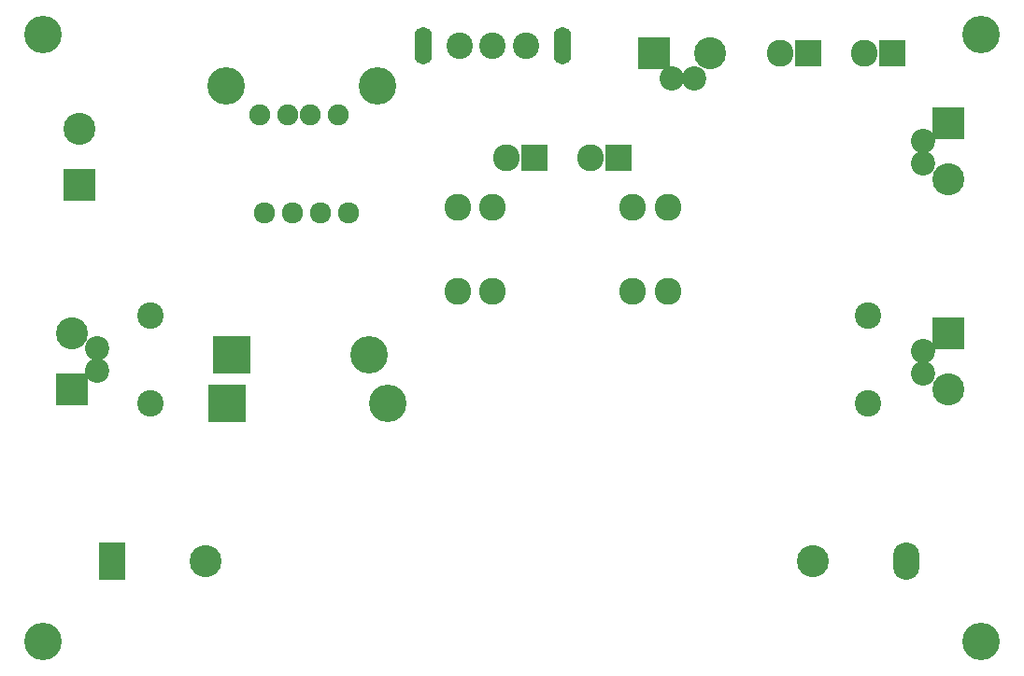
<source format=gbr>
G04 #@! TF.FileFunction,Soldermask,Bot*
%FSLAX46Y46*%
G04 Gerber Fmt 4.6, Leading zero omitted, Abs format (unit mm)*
G04 Created by KiCad (PCBNEW 4.0.5) date 12/24/17 12:48:10*
%MOMM*%
%LPD*%
G01*
G04 APERTURE LIST*
%ADD10C,0.100000*%
%ADD11C,2.432000*%
%ADD12R,2.432000X2.432000*%
%ADD13R,2.899360X2.899360*%
%ADD14C,2.899360*%
%ADD15C,2.900000*%
%ADD16R,2.400000X3.400000*%
%ADD17O,2.400000X3.400000*%
%ADD18C,2.200000*%
%ADD19C,3.400000*%
%ADD20C,2.400000*%
%ADD21O,1.600000X3.400000*%
%ADD22R,3.400000X3.400000*%
%ADD23C,1.924000*%
%ADD24C,1.901140*%
%ADD25C,3.399740*%
G04 APERTURE END LIST*
D10*
D11*
X43180000Y45010000D03*
X43180000Y37390000D03*
X46355000Y37390000D03*
X46355000Y45010000D03*
X59055000Y45010000D03*
X59055000Y37390000D03*
X62230000Y45010000D03*
X62230000Y37390000D03*
D12*
X50165000Y49455000D03*
D11*
X47625000Y49455000D03*
D12*
X57785000Y49455000D03*
D11*
X55245000Y49455000D03*
D13*
X8890000Y46990000D03*
D14*
X8890000Y52070000D03*
D15*
X75390000Y12905000D03*
D16*
X11890000Y12905000D03*
D17*
X83890000Y12905000D03*
D15*
X20390000Y12905000D03*
D13*
X60960000Y58980000D03*
D14*
X66040000Y58980000D03*
D18*
X62611000Y56694000D03*
X64643000Y56694000D03*
D11*
X80010000Y58980000D03*
D12*
X82550000Y58980000D03*
D11*
X72390000Y58980000D03*
D12*
X74930000Y58980000D03*
D13*
X87630000Y52630000D03*
D14*
X87630000Y47550000D03*
D18*
X85344000Y50979000D03*
X85344000Y48947000D03*
D13*
X8255000Y28500000D03*
D14*
X8255000Y33580000D03*
D18*
X10541000Y30151000D03*
X10541000Y32183000D03*
D13*
X87630000Y33580000D03*
D14*
X87630000Y28500000D03*
D18*
X85344000Y31929000D03*
X85344000Y29897000D03*
D19*
X90635000Y60635000D03*
X5635000Y60635000D03*
X5635000Y5635000D03*
X90635000Y5635000D03*
D20*
X46362620Y59640400D03*
X43355000Y59615000D03*
X49355000Y59615000D03*
D21*
X40055000Y59615000D03*
X52655000Y59615000D03*
D19*
X35155000Y31570000D03*
D22*
X22755000Y31570000D03*
X22320000Y27190000D03*
D19*
X36820000Y27190000D03*
D23*
X25650000Y44440000D03*
X28190000Y44440000D03*
X30730000Y44440000D03*
X33270000Y44440000D03*
D24*
X25272140Y53337880D03*
X27812140Y53337880D03*
X29844140Y53337880D03*
X32384140Y53337880D03*
D25*
X22224140Y56004880D03*
X35940140Y56004880D03*
D20*
X15355000Y27155000D03*
X15355000Y35155000D03*
X80355000Y27155000D03*
X80355000Y35155000D03*
M02*

</source>
